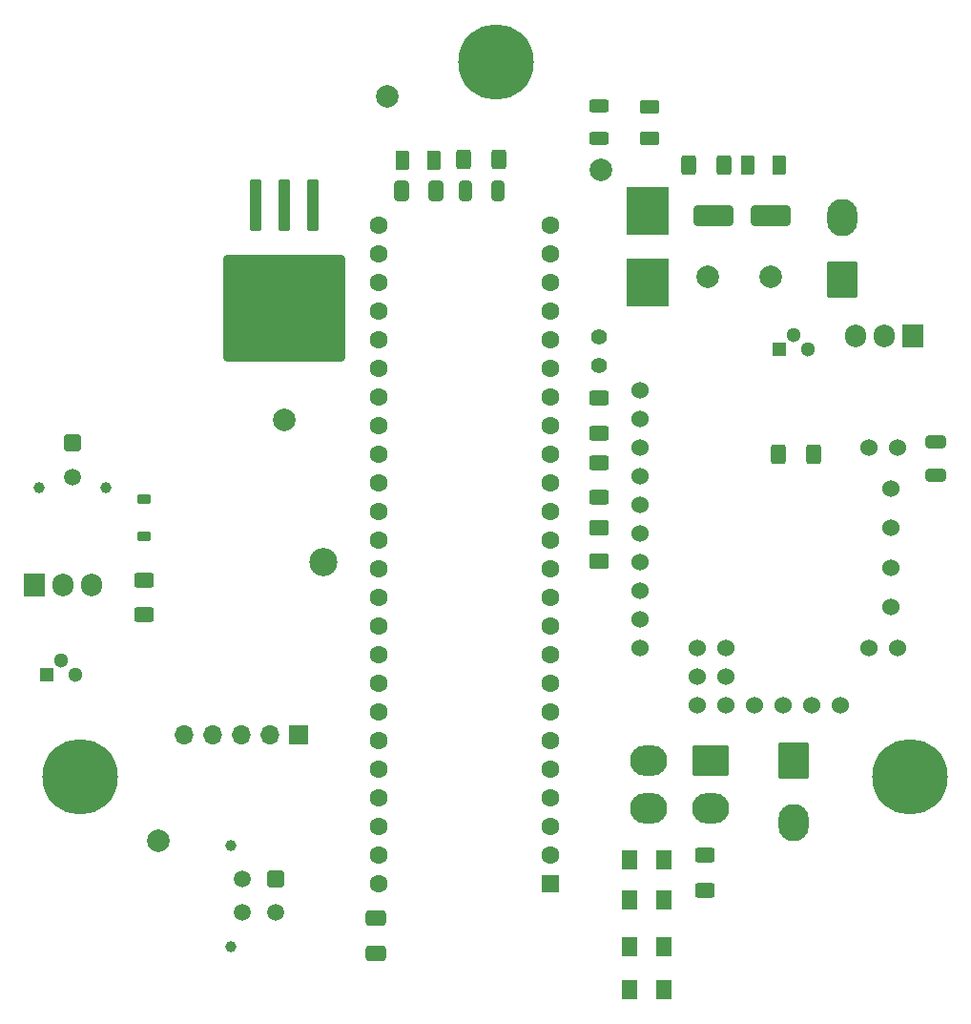
<source format=gbr>
%TF.GenerationSoftware,KiCad,Pcbnew,7.0.6*%
%TF.CreationDate,2024-04-15T18:34:20+10:00*%
%TF.ProjectId,Rocketry_Payload_Main_DDR_Spec_V2,526f636b-6574-4727-995f-5061796c6f61,rev?*%
%TF.SameCoordinates,Original*%
%TF.FileFunction,Soldermask,Top*%
%TF.FilePolarity,Negative*%
%FSLAX46Y46*%
G04 Gerber Fmt 4.6, Leading zero omitted, Abs format (unit mm)*
G04 Created by KiCad (PCBNEW 7.0.6) date 2024-04-15 18:34:20*
%MOMM*%
%LPD*%
G01*
G04 APERTURE LIST*
G04 Aperture macros list*
%AMRoundRect*
0 Rectangle with rounded corners*
0 $1 Rounding radius*
0 $2 $3 $4 $5 $6 $7 $8 $9 X,Y pos of 4 corners*
0 Add a 4 corners polygon primitive as box body*
4,1,4,$2,$3,$4,$5,$6,$7,$8,$9,$2,$3,0*
0 Add four circle primitives for the rounded corners*
1,1,$1+$1,$2,$3*
1,1,$1+$1,$4,$5*
1,1,$1+$1,$6,$7*
1,1,$1+$1,$8,$9*
0 Add four rect primitives between the rounded corners*
20,1,$1+$1,$2,$3,$4,$5,0*
20,1,$1+$1,$4,$5,$6,$7,0*
20,1,$1+$1,$6,$7,$8,$9,0*
20,1,$1+$1,$8,$9,$2,$3,0*%
G04 Aperture macros list end*
%ADD10C,2.000000*%
%ADD11RoundRect,0.250001X0.462499X0.624999X-0.462499X0.624999X-0.462499X-0.624999X0.462499X-0.624999X0*%
%ADD12C,6.700000*%
%ADD13RoundRect,0.250000X-0.412500X-0.650000X0.412500X-0.650000X0.412500X0.650000X-0.412500X0.650000X0*%
%ADD14RoundRect,0.250001X-1.399999X1.099999X-1.399999X-1.099999X1.399999X-1.099999X1.399999X1.099999X0*%
%ADD15O,3.300000X2.700000*%
%ADD16C,1.500000*%
%ADD17RoundRect,0.250001X-0.499999X-0.499999X0.499999X-0.499999X0.499999X0.499999X-0.499999X0.499999X0*%
%ADD18C,1.000000*%
%ADD19RoundRect,0.250000X0.400000X0.625000X-0.400000X0.625000X-0.400000X-0.625000X0.400000X-0.625000X0*%
%ADD20C,1.400000*%
%ADD21RoundRect,0.250000X-0.300000X2.050000X-0.300000X-2.050000X0.300000X-2.050000X0.300000X2.050000X0*%
%ADD22RoundRect,0.250002X-5.149998X4.449998X-5.149998X-4.449998X5.149998X-4.449998X5.149998X4.449998X0*%
%ADD23RoundRect,0.250000X-0.400000X-0.625000X0.400000X-0.625000X0.400000X0.625000X-0.400000X0.625000X0*%
%ADD24RoundRect,0.250000X0.625000X-0.400000X0.625000X0.400000X-0.625000X0.400000X-0.625000X-0.400000X0*%
%ADD25RoundRect,0.250001X-0.499999X0.499999X-0.499999X-0.499999X0.499999X-0.499999X0.499999X0.499999X0*%
%ADD26RoundRect,0.250000X-0.625000X0.400000X-0.625000X-0.400000X0.625000X-0.400000X0.625000X0.400000X0*%
%ADD27RoundRect,0.250000X0.375000X0.625000X-0.375000X0.625000X-0.375000X-0.625000X0.375000X-0.625000X0*%
%ADD28RoundRect,0.250000X-0.625000X0.312500X-0.625000X-0.312500X0.625000X-0.312500X0.625000X0.312500X0*%
%ADD29RoundRect,0.250000X-0.650000X0.412500X-0.650000X-0.412500X0.650000X-0.412500X0.650000X0.412500X0*%
%ADD30R,1.300000X1.300000*%
%ADD31C,1.300000*%
%ADD32R,1.600000X1.600000*%
%ADD33C,1.600000*%
%ADD34RoundRect,0.250001X1.099999X1.399999X-1.099999X1.399999X-1.099999X-1.399999X1.099999X-1.399999X0*%
%ADD35O,2.700000X3.300000*%
%ADD36RoundRect,0.250001X0.624999X-0.462499X0.624999X0.462499X-0.624999X0.462499X-0.624999X-0.462499X0*%
%ADD37RoundRect,0.250000X0.325000X0.650000X-0.325000X0.650000X-0.325000X-0.650000X0.325000X-0.650000X0*%
%ADD38C,2.500000*%
%ADD39RoundRect,0.250001X-1.099999X-1.399999X1.099999X-1.399999X1.099999X1.399999X-1.099999X1.399999X0*%
%ADD40RoundRect,0.250000X-1.500000X-0.650000X1.500000X-0.650000X1.500000X0.650000X-1.500000X0.650000X0*%
%ADD41RoundRect,0.250000X-0.650000X0.325000X-0.650000X-0.325000X0.650000X-0.325000X0.650000X0.325000X0*%
%ADD42R,1.905000X2.000000*%
%ADD43O,1.905000X2.000000*%
%ADD44RoundRect,0.225000X0.375000X-0.225000X0.375000X0.225000X-0.375000X0.225000X-0.375000X-0.225000X0*%
%ADD45R,1.700000X1.700000*%
%ADD46O,1.700000X1.700000*%
%ADD47RoundRect,0.250000X-0.625000X0.375000X-0.625000X-0.375000X0.625000X-0.375000X0.625000X0.375000X0*%
%ADD48C,1.524000*%
%ADD49RoundRect,0.250000X-0.375000X-0.625000X0.375000X-0.625000X0.375000X0.625000X-0.375000X0.625000X0*%
%ADD50R,3.810000X4.240000*%
G04 APERTURE END LIST*
D10*
%TO.C,TP3*%
X172720000Y-69596000D03*
%TD*%
D11*
%TO.C,D1*%
X163195000Y-132842000D03*
X160220000Y-132842000D03*
%TD*%
D10*
%TO.C,TP4*%
X167132000Y-69596000D03*
%TD*%
%TO.C,TP3*%
X129540000Y-82296000D03*
%TD*%
%TO.C,TP2*%
X118364000Y-119634000D03*
%TD*%
D12*
%TO.C,REF\u002A\u002A*%
X111461000Y-113916000D03*
%TD*%
D13*
%TO.C,C3*%
X139915500Y-61976000D03*
X143040500Y-61976000D03*
%TD*%
D14*
%TO.C,J2*%
X167386000Y-112522000D03*
D15*
X167386000Y-116722000D03*
X161886000Y-112522000D03*
X161886000Y-116722000D03*
%TD*%
D10*
%TO.C,TP6*%
X138684000Y-53594000D03*
%TD*%
D16*
%TO.C,J1*%
X110744000Y-87328000D03*
D17*
X110744000Y-84328000D03*
D18*
X113744000Y-88268000D03*
X107744000Y-88268000D03*
%TD*%
D19*
%TO.C,R1*%
X168555000Y-59690000D03*
X165455000Y-59690000D03*
%TD*%
D11*
%TO.C,D2*%
X160220000Y-129032000D03*
X163195000Y-129032000D03*
%TD*%
D20*
%TO.C,SJ2*%
X157480000Y-77450000D03*
X157480000Y-74910000D03*
%TD*%
D21*
%TO.C,U7*%
X132080000Y-63240000D03*
X129540000Y-63240000D03*
D22*
X129540000Y-72390000D03*
D21*
X127000000Y-63240000D03*
%TD*%
D23*
%TO.C,R3*%
X145490600Y-59182000D03*
X148590600Y-59182000D03*
%TD*%
%TO.C,R8*%
X173430000Y-85344000D03*
X176530000Y-85344000D03*
%TD*%
D24*
%TO.C,R7*%
X117094000Y-96494000D03*
X117094000Y-99594000D03*
%TD*%
D18*
%TO.C,U4*%
X124838000Y-120015000D03*
X124838000Y-129015000D03*
D25*
X128778000Y-123015000D03*
D16*
X128778000Y-126015000D03*
X125778000Y-123015000D03*
X125778000Y-126015000D03*
%TD*%
D26*
%TO.C,R5*%
X157480000Y-86080000D03*
X157480000Y-89180000D03*
%TD*%
D27*
%TO.C,D10*%
X142827200Y-59283600D03*
X140027200Y-59283600D03*
%TD*%
D28*
%TO.C,R2*%
X157480000Y-54417500D03*
X157480000Y-57342500D03*
%TD*%
D29*
%TO.C,C1*%
X137668000Y-126492000D03*
X137668000Y-129617000D03*
%TD*%
D30*
%TO.C,Q4*%
X173482000Y-76052000D03*
D31*
X174752000Y-74782000D03*
X176022000Y-76052000D03*
%TD*%
D32*
%TO.C,U2*%
X153162000Y-123444000D03*
D33*
X153162000Y-120904000D03*
X153162000Y-118364000D03*
X153162000Y-115824000D03*
X153162000Y-113284000D03*
X153162000Y-110744000D03*
X153162000Y-108204000D03*
X153162000Y-105664000D03*
X153162000Y-103124000D03*
X153162000Y-100584000D03*
X153162000Y-98044000D03*
X153162000Y-95504000D03*
X153162000Y-92964000D03*
X153162000Y-90424000D03*
X153162000Y-87884000D03*
X153162000Y-85344000D03*
X153162000Y-82804000D03*
X153162000Y-80264000D03*
X153162000Y-77724000D03*
X153162000Y-75184000D03*
X153162000Y-72644000D03*
X153162000Y-70104000D03*
X153162000Y-67564000D03*
X153162000Y-65024000D03*
X137922000Y-65024000D03*
X137922000Y-67564000D03*
X137922000Y-70104000D03*
X137922000Y-72644000D03*
X137922000Y-75184000D03*
X137922000Y-77724000D03*
X137922000Y-80264000D03*
X137922000Y-82804000D03*
X137922000Y-85344000D03*
X137922000Y-87884000D03*
X137922000Y-90424000D03*
X137922000Y-92964000D03*
X137922000Y-95504000D03*
X137922000Y-98044000D03*
X137922000Y-100584000D03*
X137922000Y-103124000D03*
X137922000Y-105664000D03*
X137922000Y-108204000D03*
X137922000Y-110744000D03*
X137922000Y-113284000D03*
X137922000Y-115824000D03*
X137922000Y-118364000D03*
X137922000Y-120904000D03*
X137922000Y-123444000D03*
%TD*%
D12*
%TO.C,REF\u002A\u002A*%
X148336000Y-50536497D03*
%TD*%
D26*
%TO.C,R4*%
X157480000Y-80365000D03*
X157480000Y-83465000D03*
%TD*%
D34*
%TO.C,COMMISIONING_PWR1*%
X179070000Y-69850000D03*
D35*
X179070000Y-64350000D03*
%TD*%
D36*
%TO.C,D6*%
X157480000Y-94832500D03*
X157480000Y-91857500D03*
%TD*%
D37*
%TO.C,C2*%
X148541000Y-61976000D03*
X145591000Y-61976000D03*
%TD*%
D11*
%TO.C,D3*%
X163195000Y-124880000D03*
X160220000Y-124880000D03*
%TD*%
D38*
%TO.C,REF\u002A\u002A*%
X132969000Y-94869000D03*
%TD*%
D39*
%TO.C,J3*%
X174752000Y-112522000D03*
D35*
X174752000Y-118022000D03*
%TD*%
D40*
%TO.C,D8*%
X167680000Y-64135000D03*
X172680000Y-64135000D03*
%TD*%
D26*
%TO.C,R6*%
X166878000Y-120904000D03*
X166878000Y-124004000D03*
%TD*%
D10*
%TO.C,TP5*%
X157632400Y-60096400D03*
%TD*%
D11*
%TO.C,D4*%
X163195000Y-121285000D03*
X160220000Y-121285000D03*
%TD*%
D41*
%TO.C,C4*%
X187325000Y-84275400D03*
X187325000Y-87225400D03*
%TD*%
D42*
%TO.C,Q1*%
X185293000Y-74803000D03*
D43*
X182753000Y-74803000D03*
X180213000Y-74803000D03*
%TD*%
D44*
%TO.C,D5*%
X117094000Y-92582000D03*
X117094000Y-89282000D03*
%TD*%
D45*
%TO.C,U6*%
X130810000Y-110236000D03*
D46*
X128270000Y-110236000D03*
X125730000Y-110236000D03*
X123190000Y-110236000D03*
X120650000Y-110236000D03*
%TD*%
D12*
%TO.C,REF\u002A\u002A*%
X185121000Y-113916000D03*
%TD*%
D30*
%TO.C,Q6*%
X108458000Y-104902000D03*
D31*
X109728000Y-103632000D03*
X110998000Y-104902000D03*
%TD*%
D47*
%TO.C,D9*%
X161925000Y-54480000D03*
X161925000Y-57280000D03*
%TD*%
D48*
%TO.C,U5*%
X161116000Y-79656000D03*
X161136000Y-82196000D03*
X161136000Y-84736000D03*
X161136000Y-87276000D03*
X161136000Y-89816000D03*
X161136000Y-92356000D03*
X161136000Y-94896000D03*
X161136000Y-97436000D03*
X161136000Y-99976000D03*
X161136000Y-102516000D03*
X168756000Y-102516000D03*
X166216000Y-107596000D03*
X171296000Y-107596000D03*
X173836000Y-107596000D03*
X176376000Y-107596000D03*
X178916000Y-107596000D03*
X166216000Y-105056000D03*
X168756000Y-105056000D03*
X166216000Y-102516000D03*
X168756000Y-107596000D03*
X183996000Y-102516000D03*
X181456000Y-102516000D03*
X183996000Y-84736000D03*
X181456000Y-84736000D03*
X183361000Y-88368200D03*
X183361000Y-91873400D03*
X183361000Y-95404000D03*
X183361000Y-98883800D03*
%TD*%
D49*
%TO.C,D7*%
X170685000Y-59690000D03*
X173485000Y-59690000D03*
%TD*%
D50*
%TO.C,F1*%
X161772600Y-70098600D03*
X161772600Y-63728600D03*
%TD*%
D42*
%TO.C,Q2*%
X107315000Y-96901000D03*
D43*
X109855000Y-96901000D03*
X112395000Y-96901000D03*
%TD*%
M02*

</source>
